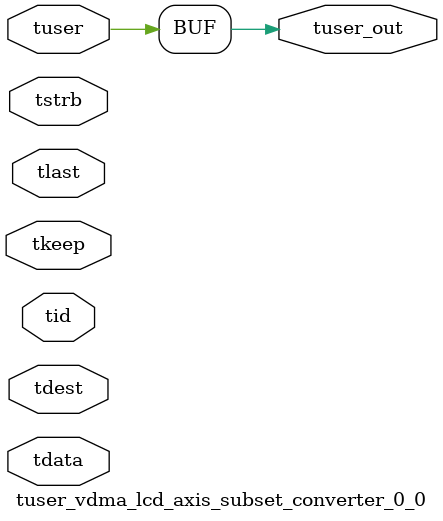
<source format=v>


`timescale 1ps/1ps

module tuser_vdma_lcd_axis_subset_converter_0_0 #
(
parameter C_S_AXIS_TUSER_WIDTH = 1,
parameter C_S_AXIS_TDATA_WIDTH = 32,
parameter C_S_AXIS_TID_WIDTH   = 0,
parameter C_S_AXIS_TDEST_WIDTH = 0,
parameter C_M_AXIS_TUSER_WIDTH = 1
)
(
input  [(C_S_AXIS_TUSER_WIDTH == 0 ? 1 : C_S_AXIS_TUSER_WIDTH)-1:0     ] tuser,
input  [(C_S_AXIS_TDATA_WIDTH == 0 ? 1 : C_S_AXIS_TDATA_WIDTH)-1:0     ] tdata,
input  [(C_S_AXIS_TID_WIDTH   == 0 ? 1 : C_S_AXIS_TID_WIDTH)-1:0       ] tid,
input  [(C_S_AXIS_TDEST_WIDTH == 0 ? 1 : C_S_AXIS_TDEST_WIDTH)-1:0     ] tdest,
input  [(C_S_AXIS_TDATA_WIDTH/8)-1:0 ] tkeep,
input  [(C_S_AXIS_TDATA_WIDTH/8)-1:0 ] tstrb,
input                                                                    tlast,
output [C_M_AXIS_TUSER_WIDTH-1:0] tuser_out
);

assign tuser_out = {tuser[0:0]};

endmodule


</source>
